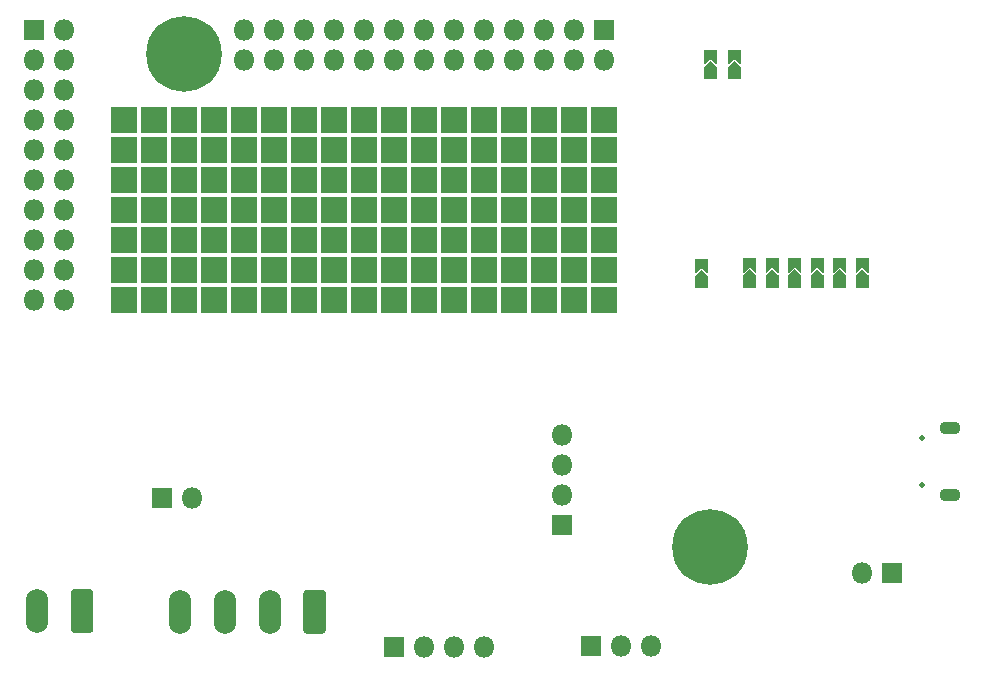
<source format=gbr>
%TF.GenerationSoftware,KiCad,Pcbnew,(5.1.6-0-10_14)*%
%TF.CreationDate,2020-11-01T12:10:01+02:00*%
%TF.ProjectId,SH-ESP32,53482d45-5350-4333-922e-6b696361645f,0.1.0*%
%TF.SameCoordinates,Original*%
%TF.FileFunction,Soldermask,Bot*%
%TF.FilePolarity,Negative*%
%FSLAX46Y46*%
G04 Gerber Fmt 4.6, Leading zero omitted, Abs format (unit mm)*
G04 Created by KiCad (PCBNEW (5.1.6-0-10_14)) date 2020-11-01 12:10:01*
%MOMM*%
%LPD*%
G01*
G04 APERTURE LIST*
%ADD10C,6.400000*%
%ADD11C,0.100000*%
%ADD12R,2.200000X2.200000*%
%ADD13O,1.800000X1.800000*%
%ADD14R,1.800000X1.800000*%
%ADD15O,1.800000X1.100000*%
%ADD16C,0.500000*%
%ADD17O,1.900000X3.700000*%
G04 APERTURE END LIST*
D10*
%TO.C,H1002*%
X156250000Y-104750000D03*
%TD*%
%TO.C,H1001*%
X111750000Y-63000000D03*
%TD*%
D11*
%TO.C,JP209*%
G36*
X155787961Y-62671245D02*
G01*
X155790806Y-62661866D01*
X155795427Y-62653221D01*
X155801645Y-62645645D01*
X155809221Y-62639427D01*
X155817866Y-62634806D01*
X155827245Y-62631961D01*
X155837000Y-62631000D01*
X156837000Y-62631000D01*
X156846755Y-62631961D01*
X156856134Y-62634806D01*
X156864779Y-62639427D01*
X156872355Y-62645645D01*
X156878573Y-62653221D01*
X156883194Y-62661866D01*
X156886039Y-62671245D01*
X156887000Y-62681000D01*
X156887000Y-63831000D01*
X156886039Y-63840755D01*
X156883194Y-63850134D01*
X156878573Y-63858779D01*
X156872355Y-63866355D01*
X156864779Y-63872573D01*
X156856134Y-63877194D01*
X156846755Y-63880039D01*
X156837000Y-63881000D01*
X156827245Y-63880039D01*
X156817866Y-63877194D01*
X156809221Y-63872573D01*
X156801645Y-63866355D01*
X156337000Y-63401710D01*
X155872355Y-63866355D01*
X155864779Y-63872573D01*
X155856134Y-63877194D01*
X155846755Y-63880039D01*
X155837000Y-63881000D01*
X155827245Y-63880039D01*
X155817866Y-63877194D01*
X155809221Y-63872573D01*
X155801645Y-63866355D01*
X155795427Y-63858779D01*
X155790806Y-63850134D01*
X155787961Y-63840755D01*
X155787000Y-63831000D01*
X155787000Y-62681000D01*
X155787961Y-62671245D01*
G37*
G36*
X155787961Y-64096245D02*
G01*
X155790806Y-64086866D01*
X155795427Y-64078221D01*
X155801645Y-64070645D01*
X156301645Y-63570645D01*
X156309221Y-63564427D01*
X156317866Y-63559806D01*
X156327245Y-63556961D01*
X156337000Y-63556000D01*
X156346755Y-63556961D01*
X156356134Y-63559806D01*
X156364779Y-63564427D01*
X156372355Y-63570645D01*
X156872355Y-64070645D01*
X156878573Y-64078221D01*
X156883194Y-64086866D01*
X156886039Y-64096245D01*
X156887000Y-64106000D01*
X156887000Y-65106000D01*
X156886039Y-65115755D01*
X156883194Y-65125134D01*
X156878573Y-65133779D01*
X156872355Y-65141355D01*
X156864779Y-65147573D01*
X156856134Y-65152194D01*
X156846755Y-65155039D01*
X156837000Y-65156000D01*
X155837000Y-65156000D01*
X155827245Y-65155039D01*
X155817866Y-65152194D01*
X155809221Y-65147573D01*
X155801645Y-65141355D01*
X155795427Y-65133779D01*
X155790806Y-65125134D01*
X155787961Y-65115755D01*
X155787000Y-65106000D01*
X155787000Y-64106000D01*
X155787961Y-64096245D01*
G37*
%TD*%
%TO.C,JP208*%
G36*
X157819961Y-62671245D02*
G01*
X157822806Y-62661866D01*
X157827427Y-62653221D01*
X157833645Y-62645645D01*
X157841221Y-62639427D01*
X157849866Y-62634806D01*
X157859245Y-62631961D01*
X157869000Y-62631000D01*
X158869000Y-62631000D01*
X158878755Y-62631961D01*
X158888134Y-62634806D01*
X158896779Y-62639427D01*
X158904355Y-62645645D01*
X158910573Y-62653221D01*
X158915194Y-62661866D01*
X158918039Y-62671245D01*
X158919000Y-62681000D01*
X158919000Y-63831000D01*
X158918039Y-63840755D01*
X158915194Y-63850134D01*
X158910573Y-63858779D01*
X158904355Y-63866355D01*
X158896779Y-63872573D01*
X158888134Y-63877194D01*
X158878755Y-63880039D01*
X158869000Y-63881000D01*
X158859245Y-63880039D01*
X158849866Y-63877194D01*
X158841221Y-63872573D01*
X158833645Y-63866355D01*
X158369000Y-63401710D01*
X157904355Y-63866355D01*
X157896779Y-63872573D01*
X157888134Y-63877194D01*
X157878755Y-63880039D01*
X157869000Y-63881000D01*
X157859245Y-63880039D01*
X157849866Y-63877194D01*
X157841221Y-63872573D01*
X157833645Y-63866355D01*
X157827427Y-63858779D01*
X157822806Y-63850134D01*
X157819961Y-63840755D01*
X157819000Y-63831000D01*
X157819000Y-62681000D01*
X157819961Y-62671245D01*
G37*
G36*
X157819961Y-64096245D02*
G01*
X157822806Y-64086866D01*
X157827427Y-64078221D01*
X157833645Y-64070645D01*
X158333645Y-63570645D01*
X158341221Y-63564427D01*
X158349866Y-63559806D01*
X158359245Y-63556961D01*
X158369000Y-63556000D01*
X158378755Y-63556961D01*
X158388134Y-63559806D01*
X158396779Y-63564427D01*
X158404355Y-63570645D01*
X158904355Y-64070645D01*
X158910573Y-64078221D01*
X158915194Y-64086866D01*
X158918039Y-64096245D01*
X158919000Y-64106000D01*
X158919000Y-65106000D01*
X158918039Y-65115755D01*
X158915194Y-65125134D01*
X158910573Y-65133779D01*
X158904355Y-65141355D01*
X158896779Y-65147573D01*
X158888134Y-65152194D01*
X158878755Y-65155039D01*
X158869000Y-65156000D01*
X157869000Y-65156000D01*
X157859245Y-65155039D01*
X157849866Y-65152194D01*
X157841221Y-65147573D01*
X157833645Y-65141355D01*
X157827427Y-65133779D01*
X157822806Y-65125134D01*
X157819961Y-65115755D01*
X157819000Y-65106000D01*
X157819000Y-64106000D01*
X157819961Y-64096245D01*
G37*
%TD*%
%TO.C,JP207*%
G36*
X155025961Y-80361245D02*
G01*
X155028806Y-80351866D01*
X155033427Y-80343221D01*
X155039645Y-80335645D01*
X155047221Y-80329427D01*
X155055866Y-80324806D01*
X155065245Y-80321961D01*
X155075000Y-80321000D01*
X156075000Y-80321000D01*
X156084755Y-80321961D01*
X156094134Y-80324806D01*
X156102779Y-80329427D01*
X156110355Y-80335645D01*
X156116573Y-80343221D01*
X156121194Y-80351866D01*
X156124039Y-80361245D01*
X156125000Y-80371000D01*
X156125000Y-81521000D01*
X156124039Y-81530755D01*
X156121194Y-81540134D01*
X156116573Y-81548779D01*
X156110355Y-81556355D01*
X156102779Y-81562573D01*
X156094134Y-81567194D01*
X156084755Y-81570039D01*
X156075000Y-81571000D01*
X156065245Y-81570039D01*
X156055866Y-81567194D01*
X156047221Y-81562573D01*
X156039645Y-81556355D01*
X155575000Y-81091710D01*
X155110355Y-81556355D01*
X155102779Y-81562573D01*
X155094134Y-81567194D01*
X155084755Y-81570039D01*
X155075000Y-81571000D01*
X155065245Y-81570039D01*
X155055866Y-81567194D01*
X155047221Y-81562573D01*
X155039645Y-81556355D01*
X155033427Y-81548779D01*
X155028806Y-81540134D01*
X155025961Y-81530755D01*
X155025000Y-81521000D01*
X155025000Y-80371000D01*
X155025961Y-80361245D01*
G37*
G36*
X155025961Y-81786245D02*
G01*
X155028806Y-81776866D01*
X155033427Y-81768221D01*
X155039645Y-81760645D01*
X155539645Y-81260645D01*
X155547221Y-81254427D01*
X155555866Y-81249806D01*
X155565245Y-81246961D01*
X155575000Y-81246000D01*
X155584755Y-81246961D01*
X155594134Y-81249806D01*
X155602779Y-81254427D01*
X155610355Y-81260645D01*
X156110355Y-81760645D01*
X156116573Y-81768221D01*
X156121194Y-81776866D01*
X156124039Y-81786245D01*
X156125000Y-81796000D01*
X156125000Y-82796000D01*
X156124039Y-82805755D01*
X156121194Y-82815134D01*
X156116573Y-82823779D01*
X156110355Y-82831355D01*
X156102779Y-82837573D01*
X156094134Y-82842194D01*
X156084755Y-82845039D01*
X156075000Y-82846000D01*
X155075000Y-82846000D01*
X155065245Y-82845039D01*
X155055866Y-82842194D01*
X155047221Y-82837573D01*
X155039645Y-82831355D01*
X155033427Y-82823779D01*
X155028806Y-82815134D01*
X155025961Y-82805755D01*
X155025000Y-82796000D01*
X155025000Y-81796000D01*
X155025961Y-81786245D01*
G37*
%TD*%
%TO.C,JP206*%
G36*
X159089961Y-80324245D02*
G01*
X159092806Y-80314866D01*
X159097427Y-80306221D01*
X159103645Y-80298645D01*
X159111221Y-80292427D01*
X159119866Y-80287806D01*
X159129245Y-80284961D01*
X159139000Y-80284000D01*
X160139000Y-80284000D01*
X160148755Y-80284961D01*
X160158134Y-80287806D01*
X160166779Y-80292427D01*
X160174355Y-80298645D01*
X160180573Y-80306221D01*
X160185194Y-80314866D01*
X160188039Y-80324245D01*
X160189000Y-80334000D01*
X160189000Y-81484000D01*
X160188039Y-81493755D01*
X160185194Y-81503134D01*
X160180573Y-81511779D01*
X160174355Y-81519355D01*
X160166779Y-81525573D01*
X160158134Y-81530194D01*
X160148755Y-81533039D01*
X160139000Y-81534000D01*
X160129245Y-81533039D01*
X160119866Y-81530194D01*
X160111221Y-81525573D01*
X160103645Y-81519355D01*
X159639000Y-81054710D01*
X159174355Y-81519355D01*
X159166779Y-81525573D01*
X159158134Y-81530194D01*
X159148755Y-81533039D01*
X159139000Y-81534000D01*
X159129245Y-81533039D01*
X159119866Y-81530194D01*
X159111221Y-81525573D01*
X159103645Y-81519355D01*
X159097427Y-81511779D01*
X159092806Y-81503134D01*
X159089961Y-81493755D01*
X159089000Y-81484000D01*
X159089000Y-80334000D01*
X159089961Y-80324245D01*
G37*
G36*
X159089961Y-81749245D02*
G01*
X159092806Y-81739866D01*
X159097427Y-81731221D01*
X159103645Y-81723645D01*
X159603645Y-81223645D01*
X159611221Y-81217427D01*
X159619866Y-81212806D01*
X159629245Y-81209961D01*
X159639000Y-81209000D01*
X159648755Y-81209961D01*
X159658134Y-81212806D01*
X159666779Y-81217427D01*
X159674355Y-81223645D01*
X160174355Y-81723645D01*
X160180573Y-81731221D01*
X160185194Y-81739866D01*
X160188039Y-81749245D01*
X160189000Y-81759000D01*
X160189000Y-82759000D01*
X160188039Y-82768755D01*
X160185194Y-82778134D01*
X160180573Y-82786779D01*
X160174355Y-82794355D01*
X160166779Y-82800573D01*
X160158134Y-82805194D01*
X160148755Y-82808039D01*
X160139000Y-82809000D01*
X159139000Y-82809000D01*
X159129245Y-82808039D01*
X159119866Y-82805194D01*
X159111221Y-82800573D01*
X159103645Y-82794355D01*
X159097427Y-82786779D01*
X159092806Y-82778134D01*
X159089961Y-82768755D01*
X159089000Y-82759000D01*
X159089000Y-81759000D01*
X159089961Y-81749245D01*
G37*
%TD*%
%TO.C,JP205*%
G36*
X160994961Y-80324245D02*
G01*
X160997806Y-80314866D01*
X161002427Y-80306221D01*
X161008645Y-80298645D01*
X161016221Y-80292427D01*
X161024866Y-80287806D01*
X161034245Y-80284961D01*
X161044000Y-80284000D01*
X162044000Y-80284000D01*
X162053755Y-80284961D01*
X162063134Y-80287806D01*
X162071779Y-80292427D01*
X162079355Y-80298645D01*
X162085573Y-80306221D01*
X162090194Y-80314866D01*
X162093039Y-80324245D01*
X162094000Y-80334000D01*
X162094000Y-81484000D01*
X162093039Y-81493755D01*
X162090194Y-81503134D01*
X162085573Y-81511779D01*
X162079355Y-81519355D01*
X162071779Y-81525573D01*
X162063134Y-81530194D01*
X162053755Y-81533039D01*
X162044000Y-81534000D01*
X162034245Y-81533039D01*
X162024866Y-81530194D01*
X162016221Y-81525573D01*
X162008645Y-81519355D01*
X161544000Y-81054710D01*
X161079355Y-81519355D01*
X161071779Y-81525573D01*
X161063134Y-81530194D01*
X161053755Y-81533039D01*
X161044000Y-81534000D01*
X161034245Y-81533039D01*
X161024866Y-81530194D01*
X161016221Y-81525573D01*
X161008645Y-81519355D01*
X161002427Y-81511779D01*
X160997806Y-81503134D01*
X160994961Y-81493755D01*
X160994000Y-81484000D01*
X160994000Y-80334000D01*
X160994961Y-80324245D01*
G37*
G36*
X160994961Y-81749245D02*
G01*
X160997806Y-81739866D01*
X161002427Y-81731221D01*
X161008645Y-81723645D01*
X161508645Y-81223645D01*
X161516221Y-81217427D01*
X161524866Y-81212806D01*
X161534245Y-81209961D01*
X161544000Y-81209000D01*
X161553755Y-81209961D01*
X161563134Y-81212806D01*
X161571779Y-81217427D01*
X161579355Y-81223645D01*
X162079355Y-81723645D01*
X162085573Y-81731221D01*
X162090194Y-81739866D01*
X162093039Y-81749245D01*
X162094000Y-81759000D01*
X162094000Y-82759000D01*
X162093039Y-82768755D01*
X162090194Y-82778134D01*
X162085573Y-82786779D01*
X162079355Y-82794355D01*
X162071779Y-82800573D01*
X162063134Y-82805194D01*
X162053755Y-82808039D01*
X162044000Y-82809000D01*
X161044000Y-82809000D01*
X161034245Y-82808039D01*
X161024866Y-82805194D01*
X161016221Y-82800573D01*
X161008645Y-82794355D01*
X161002427Y-82786779D01*
X160997806Y-82778134D01*
X160994961Y-82768755D01*
X160994000Y-82759000D01*
X160994000Y-81759000D01*
X160994961Y-81749245D01*
G37*
%TD*%
%TO.C,JP204*%
G36*
X162899961Y-80324245D02*
G01*
X162902806Y-80314866D01*
X162907427Y-80306221D01*
X162913645Y-80298645D01*
X162921221Y-80292427D01*
X162929866Y-80287806D01*
X162939245Y-80284961D01*
X162949000Y-80284000D01*
X163949000Y-80284000D01*
X163958755Y-80284961D01*
X163968134Y-80287806D01*
X163976779Y-80292427D01*
X163984355Y-80298645D01*
X163990573Y-80306221D01*
X163995194Y-80314866D01*
X163998039Y-80324245D01*
X163999000Y-80334000D01*
X163999000Y-81484000D01*
X163998039Y-81493755D01*
X163995194Y-81503134D01*
X163990573Y-81511779D01*
X163984355Y-81519355D01*
X163976779Y-81525573D01*
X163968134Y-81530194D01*
X163958755Y-81533039D01*
X163949000Y-81534000D01*
X163939245Y-81533039D01*
X163929866Y-81530194D01*
X163921221Y-81525573D01*
X163913645Y-81519355D01*
X163449000Y-81054710D01*
X162984355Y-81519355D01*
X162976779Y-81525573D01*
X162968134Y-81530194D01*
X162958755Y-81533039D01*
X162949000Y-81534000D01*
X162939245Y-81533039D01*
X162929866Y-81530194D01*
X162921221Y-81525573D01*
X162913645Y-81519355D01*
X162907427Y-81511779D01*
X162902806Y-81503134D01*
X162899961Y-81493755D01*
X162899000Y-81484000D01*
X162899000Y-80334000D01*
X162899961Y-80324245D01*
G37*
G36*
X162899961Y-81749245D02*
G01*
X162902806Y-81739866D01*
X162907427Y-81731221D01*
X162913645Y-81723645D01*
X163413645Y-81223645D01*
X163421221Y-81217427D01*
X163429866Y-81212806D01*
X163439245Y-81209961D01*
X163449000Y-81209000D01*
X163458755Y-81209961D01*
X163468134Y-81212806D01*
X163476779Y-81217427D01*
X163484355Y-81223645D01*
X163984355Y-81723645D01*
X163990573Y-81731221D01*
X163995194Y-81739866D01*
X163998039Y-81749245D01*
X163999000Y-81759000D01*
X163999000Y-82759000D01*
X163998039Y-82768755D01*
X163995194Y-82778134D01*
X163990573Y-82786779D01*
X163984355Y-82794355D01*
X163976779Y-82800573D01*
X163968134Y-82805194D01*
X163958755Y-82808039D01*
X163949000Y-82809000D01*
X162949000Y-82809000D01*
X162939245Y-82808039D01*
X162929866Y-82805194D01*
X162921221Y-82800573D01*
X162913645Y-82794355D01*
X162907427Y-82786779D01*
X162902806Y-82778134D01*
X162899961Y-82768755D01*
X162899000Y-82759000D01*
X162899000Y-81759000D01*
X162899961Y-81749245D01*
G37*
%TD*%
%TO.C,JP203*%
G36*
X164804961Y-80324245D02*
G01*
X164807806Y-80314866D01*
X164812427Y-80306221D01*
X164818645Y-80298645D01*
X164826221Y-80292427D01*
X164834866Y-80287806D01*
X164844245Y-80284961D01*
X164854000Y-80284000D01*
X165854000Y-80284000D01*
X165863755Y-80284961D01*
X165873134Y-80287806D01*
X165881779Y-80292427D01*
X165889355Y-80298645D01*
X165895573Y-80306221D01*
X165900194Y-80314866D01*
X165903039Y-80324245D01*
X165904000Y-80334000D01*
X165904000Y-81484000D01*
X165903039Y-81493755D01*
X165900194Y-81503134D01*
X165895573Y-81511779D01*
X165889355Y-81519355D01*
X165881779Y-81525573D01*
X165873134Y-81530194D01*
X165863755Y-81533039D01*
X165854000Y-81534000D01*
X165844245Y-81533039D01*
X165834866Y-81530194D01*
X165826221Y-81525573D01*
X165818645Y-81519355D01*
X165354000Y-81054710D01*
X164889355Y-81519355D01*
X164881779Y-81525573D01*
X164873134Y-81530194D01*
X164863755Y-81533039D01*
X164854000Y-81534000D01*
X164844245Y-81533039D01*
X164834866Y-81530194D01*
X164826221Y-81525573D01*
X164818645Y-81519355D01*
X164812427Y-81511779D01*
X164807806Y-81503134D01*
X164804961Y-81493755D01*
X164804000Y-81484000D01*
X164804000Y-80334000D01*
X164804961Y-80324245D01*
G37*
G36*
X164804961Y-81749245D02*
G01*
X164807806Y-81739866D01*
X164812427Y-81731221D01*
X164818645Y-81723645D01*
X165318645Y-81223645D01*
X165326221Y-81217427D01*
X165334866Y-81212806D01*
X165344245Y-81209961D01*
X165354000Y-81209000D01*
X165363755Y-81209961D01*
X165373134Y-81212806D01*
X165381779Y-81217427D01*
X165389355Y-81223645D01*
X165889355Y-81723645D01*
X165895573Y-81731221D01*
X165900194Y-81739866D01*
X165903039Y-81749245D01*
X165904000Y-81759000D01*
X165904000Y-82759000D01*
X165903039Y-82768755D01*
X165900194Y-82778134D01*
X165895573Y-82786779D01*
X165889355Y-82794355D01*
X165881779Y-82800573D01*
X165873134Y-82805194D01*
X165863755Y-82808039D01*
X165854000Y-82809000D01*
X164854000Y-82809000D01*
X164844245Y-82808039D01*
X164834866Y-82805194D01*
X164826221Y-82800573D01*
X164818645Y-82794355D01*
X164812427Y-82786779D01*
X164807806Y-82778134D01*
X164804961Y-82768755D01*
X164804000Y-82759000D01*
X164804000Y-81759000D01*
X164804961Y-81749245D01*
G37*
%TD*%
%TO.C,JP202*%
G36*
X166709961Y-80324245D02*
G01*
X166712806Y-80314866D01*
X166717427Y-80306221D01*
X166723645Y-80298645D01*
X166731221Y-80292427D01*
X166739866Y-80287806D01*
X166749245Y-80284961D01*
X166759000Y-80284000D01*
X167759000Y-80284000D01*
X167768755Y-80284961D01*
X167778134Y-80287806D01*
X167786779Y-80292427D01*
X167794355Y-80298645D01*
X167800573Y-80306221D01*
X167805194Y-80314866D01*
X167808039Y-80324245D01*
X167809000Y-80334000D01*
X167809000Y-81484000D01*
X167808039Y-81493755D01*
X167805194Y-81503134D01*
X167800573Y-81511779D01*
X167794355Y-81519355D01*
X167786779Y-81525573D01*
X167778134Y-81530194D01*
X167768755Y-81533039D01*
X167759000Y-81534000D01*
X167749245Y-81533039D01*
X167739866Y-81530194D01*
X167731221Y-81525573D01*
X167723645Y-81519355D01*
X167259000Y-81054710D01*
X166794355Y-81519355D01*
X166786779Y-81525573D01*
X166778134Y-81530194D01*
X166768755Y-81533039D01*
X166759000Y-81534000D01*
X166749245Y-81533039D01*
X166739866Y-81530194D01*
X166731221Y-81525573D01*
X166723645Y-81519355D01*
X166717427Y-81511779D01*
X166712806Y-81503134D01*
X166709961Y-81493755D01*
X166709000Y-81484000D01*
X166709000Y-80334000D01*
X166709961Y-80324245D01*
G37*
G36*
X166709961Y-81749245D02*
G01*
X166712806Y-81739866D01*
X166717427Y-81731221D01*
X166723645Y-81723645D01*
X167223645Y-81223645D01*
X167231221Y-81217427D01*
X167239866Y-81212806D01*
X167249245Y-81209961D01*
X167259000Y-81209000D01*
X167268755Y-81209961D01*
X167278134Y-81212806D01*
X167286779Y-81217427D01*
X167294355Y-81223645D01*
X167794355Y-81723645D01*
X167800573Y-81731221D01*
X167805194Y-81739866D01*
X167808039Y-81749245D01*
X167809000Y-81759000D01*
X167809000Y-82759000D01*
X167808039Y-82768755D01*
X167805194Y-82778134D01*
X167800573Y-82786779D01*
X167794355Y-82794355D01*
X167786779Y-82800573D01*
X167778134Y-82805194D01*
X167768755Y-82808039D01*
X167759000Y-82809000D01*
X166759000Y-82809000D01*
X166749245Y-82808039D01*
X166739866Y-82805194D01*
X166731221Y-82800573D01*
X166723645Y-82794355D01*
X166717427Y-82786779D01*
X166712806Y-82778134D01*
X166709961Y-82768755D01*
X166709000Y-82759000D01*
X166709000Y-81759000D01*
X166709961Y-81749245D01*
G37*
%TD*%
%TO.C,JP201*%
G36*
X168614961Y-80324245D02*
G01*
X168617806Y-80314866D01*
X168622427Y-80306221D01*
X168628645Y-80298645D01*
X168636221Y-80292427D01*
X168644866Y-80287806D01*
X168654245Y-80284961D01*
X168664000Y-80284000D01*
X169664000Y-80284000D01*
X169673755Y-80284961D01*
X169683134Y-80287806D01*
X169691779Y-80292427D01*
X169699355Y-80298645D01*
X169705573Y-80306221D01*
X169710194Y-80314866D01*
X169713039Y-80324245D01*
X169714000Y-80334000D01*
X169714000Y-81484000D01*
X169713039Y-81493755D01*
X169710194Y-81503134D01*
X169705573Y-81511779D01*
X169699355Y-81519355D01*
X169691779Y-81525573D01*
X169683134Y-81530194D01*
X169673755Y-81533039D01*
X169664000Y-81534000D01*
X169654245Y-81533039D01*
X169644866Y-81530194D01*
X169636221Y-81525573D01*
X169628645Y-81519355D01*
X169164000Y-81054710D01*
X168699355Y-81519355D01*
X168691779Y-81525573D01*
X168683134Y-81530194D01*
X168673755Y-81533039D01*
X168664000Y-81534000D01*
X168654245Y-81533039D01*
X168644866Y-81530194D01*
X168636221Y-81525573D01*
X168628645Y-81519355D01*
X168622427Y-81511779D01*
X168617806Y-81503134D01*
X168614961Y-81493755D01*
X168614000Y-81484000D01*
X168614000Y-80334000D01*
X168614961Y-80324245D01*
G37*
G36*
X168614961Y-81749245D02*
G01*
X168617806Y-81739866D01*
X168622427Y-81731221D01*
X168628645Y-81723645D01*
X169128645Y-81223645D01*
X169136221Y-81217427D01*
X169144866Y-81212806D01*
X169154245Y-81209961D01*
X169164000Y-81209000D01*
X169173755Y-81209961D01*
X169183134Y-81212806D01*
X169191779Y-81217427D01*
X169199355Y-81223645D01*
X169699355Y-81723645D01*
X169705573Y-81731221D01*
X169710194Y-81739866D01*
X169713039Y-81749245D01*
X169714000Y-81759000D01*
X169714000Y-82759000D01*
X169713039Y-82768755D01*
X169710194Y-82778134D01*
X169705573Y-82786779D01*
X169699355Y-82794355D01*
X169691779Y-82800573D01*
X169683134Y-82805194D01*
X169673755Y-82808039D01*
X169664000Y-82809000D01*
X168664000Y-82809000D01*
X168654245Y-82808039D01*
X168644866Y-82805194D01*
X168636221Y-82800573D01*
X168628645Y-82794355D01*
X168622427Y-82786779D01*
X168617806Y-82778134D01*
X168614961Y-82768755D01*
X168614000Y-82759000D01*
X168614000Y-81759000D01*
X168614961Y-81749245D01*
G37*
%TD*%
D12*
%TO.C,REF\u002A\u002A*%
X109220000Y-68580000D03*
%TD*%
%TO.C,REF\u002A\u002A*%
X106680000Y-68580000D03*
%TD*%
%TO.C,REF\u002A\u002A*%
X147320000Y-68580000D03*
%TD*%
%TO.C,REF\u002A\u002A*%
X147320000Y-71120000D03*
%TD*%
%TO.C,REF\u002A\u002A*%
X144780000Y-68580000D03*
%TD*%
%TO.C,REF\u002A\u002A*%
X147320000Y-76200000D03*
%TD*%
%TO.C,REF\u002A\u002A*%
X147320000Y-78740000D03*
%TD*%
%TO.C,REF\u002A\u002A*%
X147320000Y-81280000D03*
%TD*%
%TO.C,REF\u002A\u002A*%
X147320000Y-73660000D03*
%TD*%
%TO.C,REF\u002A\u002A*%
X147320000Y-83820000D03*
%TD*%
%TO.C,REF\u002A\u002A*%
X124460000Y-68580000D03*
%TD*%
%TO.C,REF\u002A\u002A*%
X114300000Y-68580000D03*
%TD*%
%TO.C,REF\u002A\u002A*%
X132080000Y-68580000D03*
%TD*%
%TO.C,REF\u002A\u002A*%
X127000000Y-68580000D03*
%TD*%
%TO.C,REF\u002A\u002A*%
X129540000Y-68580000D03*
%TD*%
%TO.C,REF\u002A\u002A*%
X119380000Y-68580000D03*
%TD*%
%TO.C,REF\u002A\u002A*%
X139700000Y-68580000D03*
%TD*%
%TO.C,REF\u002A\u002A*%
X137160000Y-68580000D03*
%TD*%
%TO.C,REF\u002A\u002A*%
X116840000Y-68580000D03*
%TD*%
%TO.C,REF\u002A\u002A*%
X111760000Y-68580000D03*
%TD*%
%TO.C,REF\u002A\u002A*%
X134620000Y-68580000D03*
%TD*%
%TO.C,REF\u002A\u002A*%
X121920000Y-68580000D03*
%TD*%
%TO.C,REF\u002A\u002A*%
X142240000Y-68580000D03*
%TD*%
%TO.C,REF\u002A\u002A*%
X121920000Y-83820000D03*
%TD*%
%TO.C,REF\u002A\u002A*%
X109220000Y-83820000D03*
%TD*%
%TO.C,REF\u002A\u002A*%
X111760000Y-83820000D03*
%TD*%
%TO.C,REF\u002A\u002A*%
X127000000Y-83820000D03*
%TD*%
%TO.C,REF\u002A\u002A*%
X134620000Y-83820000D03*
%TD*%
%TO.C,REF\u002A\u002A*%
X119380000Y-83820000D03*
%TD*%
%TO.C,REF\u002A\u002A*%
X137160000Y-83820000D03*
%TD*%
%TO.C,REF\u002A\u002A*%
X139700000Y-83820000D03*
%TD*%
%TO.C,REF\u002A\u002A*%
X142240000Y-83820000D03*
%TD*%
%TO.C,REF\u002A\u002A*%
X144780000Y-83820000D03*
%TD*%
%TO.C,REF\u002A\u002A*%
X124460000Y-83820000D03*
%TD*%
%TO.C,REF\u002A\u002A*%
X106680000Y-83820000D03*
%TD*%
%TO.C,REF\u002A\u002A*%
X114300000Y-83820000D03*
%TD*%
%TO.C,REF\u002A\u002A*%
X116840000Y-83820000D03*
%TD*%
%TO.C,REF\u002A\u002A*%
X132080000Y-83820000D03*
%TD*%
%TO.C,REF\u002A\u002A*%
X129540000Y-83820000D03*
%TD*%
%TO.C,REF\u002A\u002A*%
X114300000Y-73660000D03*
%TD*%
%TO.C,REF\u002A\u002A*%
X111760000Y-71120000D03*
%TD*%
%TO.C,REF\u002A\u002A*%
X111760000Y-76200000D03*
%TD*%
%TO.C,REF\u002A\u002A*%
X124460000Y-76200000D03*
%TD*%
%TO.C,REF\u002A\u002A*%
X106680000Y-71120000D03*
%TD*%
%TO.C,REF\u002A\u002A*%
X106680000Y-81280000D03*
%TD*%
%TO.C,REF\u002A\u002A*%
X106680000Y-76200000D03*
%TD*%
%TO.C,REF\u002A\u002A*%
X106680000Y-78740000D03*
%TD*%
%TO.C,REF\u002A\u002A*%
X109220000Y-76200000D03*
%TD*%
%TO.C,REF\u002A\u002A*%
X109220000Y-78740000D03*
%TD*%
%TO.C,REF\u002A\u002A*%
X109220000Y-71120000D03*
%TD*%
%TO.C,REF\u002A\u002A*%
X109220000Y-73660000D03*
%TD*%
%TO.C,REF\u002A\u002A*%
X106680000Y-73660000D03*
%TD*%
%TO.C,REF\u002A\u002A*%
X114300000Y-76200000D03*
%TD*%
%TO.C,REF\u002A\u002A*%
X114300000Y-78740000D03*
%TD*%
%TO.C,REF\u002A\u002A*%
X111760000Y-73660000D03*
%TD*%
%TO.C,REF\u002A\u002A*%
X114300000Y-81280000D03*
%TD*%
%TO.C,REF\u002A\u002A*%
X111760000Y-78740000D03*
%TD*%
%TO.C,REF\u002A\u002A*%
X124460000Y-78740000D03*
%TD*%
%TO.C,REF\u002A\u002A*%
X116840000Y-81280000D03*
%TD*%
%TO.C,REF\u002A\u002A*%
X116840000Y-76200000D03*
%TD*%
%TO.C,REF\u002A\u002A*%
X116840000Y-78740000D03*
%TD*%
%TO.C,REF\u002A\u002A*%
X119380000Y-76200000D03*
%TD*%
%TO.C,REF\u002A\u002A*%
X119380000Y-78740000D03*
%TD*%
%TO.C,REF\u002A\u002A*%
X119380000Y-71120000D03*
%TD*%
%TO.C,REF\u002A\u002A*%
X119380000Y-73660000D03*
%TD*%
%TO.C,REF\u002A\u002A*%
X116840000Y-73660000D03*
%TD*%
%TO.C,REF\u002A\u002A*%
X116840000Y-71120000D03*
%TD*%
%TO.C,REF\u002A\u002A*%
X119380000Y-81280000D03*
%TD*%
%TO.C,REF\u002A\u002A*%
X121920000Y-76200000D03*
%TD*%
%TO.C,REF\u002A\u002A*%
X121920000Y-78740000D03*
%TD*%
%TO.C,REF\u002A\u002A*%
X121920000Y-81280000D03*
%TD*%
%TO.C,REF\u002A\u002A*%
X121920000Y-73660000D03*
%TD*%
%TO.C,REF\u002A\u002A*%
X121920000Y-71120000D03*
%TD*%
%TO.C,REF\u002A\u002A*%
X124460000Y-81280000D03*
%TD*%
%TO.C,REF\u002A\u002A*%
X124460000Y-73660000D03*
%TD*%
%TO.C,REF\u002A\u002A*%
X114300000Y-71120000D03*
%TD*%
%TO.C,REF\u002A\u002A*%
X111760000Y-81280000D03*
%TD*%
%TO.C,REF\u002A\u002A*%
X109220000Y-81280000D03*
%TD*%
%TO.C,REF\u002A\u002A*%
X124460000Y-71120000D03*
%TD*%
%TO.C,REF\u002A\u002A*%
X134620000Y-76200000D03*
%TD*%
%TO.C,REF\u002A\u002A*%
X134620000Y-78740000D03*
%TD*%
%TO.C,REF\u002A\u002A*%
X127000000Y-81280000D03*
%TD*%
%TO.C,REF\u002A\u002A*%
X127000000Y-76200000D03*
%TD*%
%TO.C,REF\u002A\u002A*%
X127000000Y-78740000D03*
%TD*%
%TO.C,REF\u002A\u002A*%
X129540000Y-76200000D03*
%TD*%
%TO.C,REF\u002A\u002A*%
X129540000Y-78740000D03*
%TD*%
%TO.C,REF\u002A\u002A*%
X129540000Y-71120000D03*
%TD*%
%TO.C,REF\u002A\u002A*%
X129540000Y-73660000D03*
%TD*%
%TO.C,REF\u002A\u002A*%
X127000000Y-73660000D03*
%TD*%
%TO.C,REF\u002A\u002A*%
X127000000Y-71120000D03*
%TD*%
%TO.C,REF\u002A\u002A*%
X129540000Y-81280000D03*
%TD*%
%TO.C,REF\u002A\u002A*%
X132080000Y-76200000D03*
%TD*%
%TO.C,REF\u002A\u002A*%
X132080000Y-78740000D03*
%TD*%
%TO.C,REF\u002A\u002A*%
X132080000Y-81280000D03*
%TD*%
%TO.C,REF\u002A\u002A*%
X132080000Y-73660000D03*
%TD*%
%TO.C,REF\u002A\u002A*%
X132080000Y-71120000D03*
%TD*%
%TO.C,REF\u002A\u002A*%
X134620000Y-81280000D03*
%TD*%
%TO.C,REF\u002A\u002A*%
X134620000Y-73660000D03*
%TD*%
%TO.C,REF\u002A\u002A*%
X134620000Y-71120000D03*
%TD*%
%TO.C,REF\u002A\u002A*%
X139700000Y-76200000D03*
%TD*%
%TO.C,REF\u002A\u002A*%
X139700000Y-78740000D03*
%TD*%
%TO.C,REF\u002A\u002A*%
X137160000Y-76200000D03*
%TD*%
%TO.C,REF\u002A\u002A*%
X137160000Y-78740000D03*
%TD*%
%TO.C,REF\u002A\u002A*%
X137160000Y-81280000D03*
%TD*%
%TO.C,REF\u002A\u002A*%
X137160000Y-73660000D03*
%TD*%
%TO.C,REF\u002A\u002A*%
X137160000Y-71120000D03*
%TD*%
%TO.C,REF\u002A\u002A*%
X139700000Y-81280000D03*
%TD*%
%TO.C,REF\u002A\u002A*%
X139700000Y-73660000D03*
%TD*%
%TO.C,REF\u002A\u002A*%
X139700000Y-71120000D03*
%TD*%
%TO.C,REF\u002A\u002A*%
X142240000Y-76200000D03*
%TD*%
%TO.C,REF\u002A\u002A*%
X142240000Y-78740000D03*
%TD*%
%TO.C,REF\u002A\u002A*%
X142240000Y-81280000D03*
%TD*%
%TO.C,REF\u002A\u002A*%
X142240000Y-73660000D03*
%TD*%
%TO.C,REF\u002A\u002A*%
X142240000Y-71120000D03*
%TD*%
%TO.C,REF\u002A\u002A*%
X144780000Y-73660000D03*
%TD*%
%TO.C,REF\u002A\u002A*%
X144780000Y-71120000D03*
%TD*%
%TO.C,REF\u002A\u002A*%
X144780000Y-78740000D03*
%TD*%
%TO.C,REF\u002A\u002A*%
X144780000Y-76200000D03*
%TD*%
%TO.C,REF\u002A\u002A*%
X144780000Y-81280000D03*
%TD*%
D13*
%TO.C,J202*%
X101600000Y-83820000D03*
X99060000Y-83820000D03*
X101600000Y-81280000D03*
X99060000Y-81280000D03*
X101600000Y-78740000D03*
X99060000Y-78740000D03*
X101600000Y-76200000D03*
X99060000Y-76200000D03*
X101600000Y-73660000D03*
X99060000Y-73660000D03*
X101600000Y-71120000D03*
X99060000Y-71120000D03*
X101600000Y-68580000D03*
X99060000Y-68580000D03*
X101600000Y-66040000D03*
X99060000Y-66040000D03*
X101600000Y-63500000D03*
X99060000Y-63500000D03*
X101600000Y-60960000D03*
D14*
X99060000Y-60960000D03*
%TD*%
D13*
%TO.C,J201*%
X116840000Y-63500000D03*
X116840000Y-60960000D03*
X119380000Y-63500000D03*
X119380000Y-60960000D03*
X121920000Y-63500000D03*
X121920000Y-60960000D03*
X124460000Y-63500000D03*
X124460000Y-60960000D03*
X127000000Y-63500000D03*
X127000000Y-60960000D03*
X129540000Y-63500000D03*
X129540000Y-60960000D03*
X132080000Y-63500000D03*
X132080000Y-60960000D03*
X134620000Y-63500000D03*
X134620000Y-60960000D03*
X137160000Y-63500000D03*
X137160000Y-60960000D03*
X139700000Y-63500000D03*
X139700000Y-60960000D03*
X142240000Y-63500000D03*
X142240000Y-60960000D03*
X144780000Y-63500000D03*
X144780000Y-60960000D03*
X147320000Y-63500000D03*
D14*
X147320000Y-60960000D03*
%TD*%
D13*
%TO.C,J203*%
X169164000Y-106934000D03*
D14*
X171704000Y-106934000D03*
%TD*%
D15*
%TO.C,J401*%
X176594000Y-94663000D03*
X176594000Y-100313000D03*
D16*
X174244000Y-99488000D03*
X174244000Y-95488000D03*
%TD*%
D14*
%TO.C,JP601*%
X109855000Y-100584000D03*
D13*
X112395000Y-100584000D03*
%TD*%
%TO.C,J301*%
G36*
G01*
X104074000Y-108586389D02*
X104074000Y-111758611D01*
G75*
G02*
X103810111Y-112022500I-263889J0D01*
G01*
X102437889Y-112022500D01*
G75*
G02*
X102174000Y-111758611I0J263889D01*
G01*
X102174000Y-108586389D01*
G75*
G02*
X102437889Y-108322500I263889J0D01*
G01*
X103810111Y-108322500D01*
G75*
G02*
X104074000Y-108586389I0J-263889D01*
G01*
G37*
D17*
X99314000Y-110172500D03*
%TD*%
%TO.C,J601*%
G36*
G01*
X123759000Y-108649889D02*
X123759000Y-111822111D01*
G75*
G02*
X123495111Y-112086000I-263889J0D01*
G01*
X122122889Y-112086000D01*
G75*
G02*
X121859000Y-111822111I0J263889D01*
G01*
X121859000Y-108649889D01*
G75*
G02*
X122122889Y-108386000I263889J0D01*
G01*
X123495111Y-108386000D01*
G75*
G02*
X123759000Y-108649889I0J-263889D01*
G01*
G37*
X118999000Y-110236000D03*
X115189000Y-110236000D03*
X111379000Y-110236000D03*
%TD*%
D14*
%TO.C,J702*%
X143764000Y-102838000D03*
D13*
X143764000Y-100298000D03*
X143764000Y-97758000D03*
X143764000Y-95218000D03*
%TD*%
D14*
%TO.C,J801*%
X146176001Y-113157000D03*
D13*
X148716001Y-113157000D03*
X151256001Y-113157000D03*
%TD*%
%TO.C,J901*%
X137175000Y-113235000D03*
X134635000Y-113235000D03*
X132095000Y-113235000D03*
D14*
X129555000Y-113235000D03*
%TD*%
M02*

</source>
